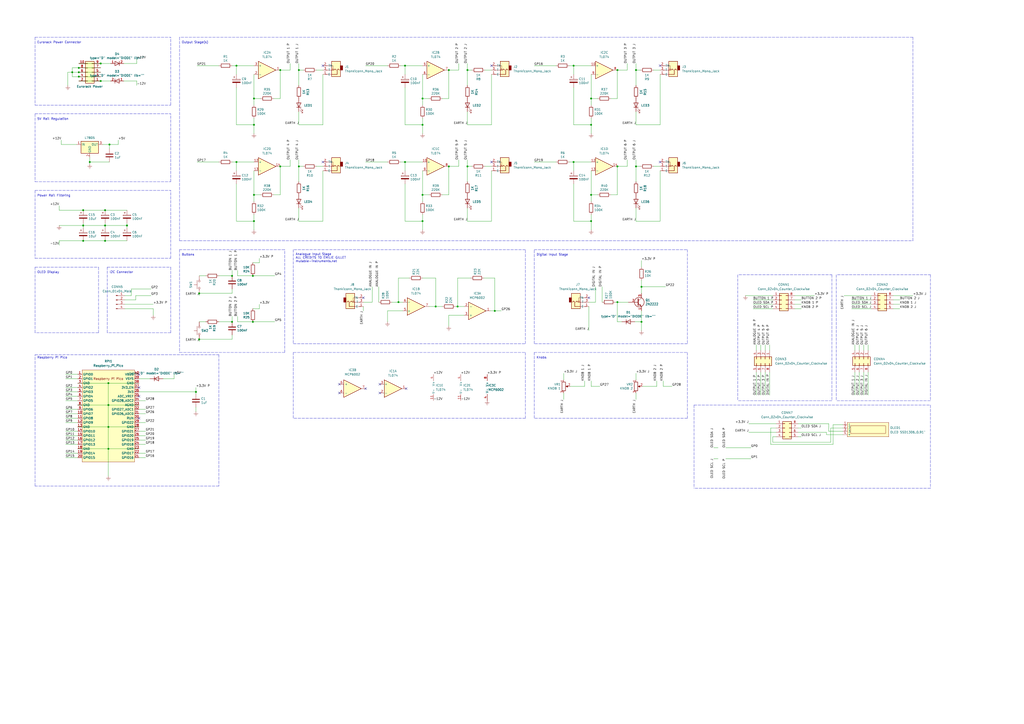
<source format=kicad_sch>
(kicad_sch (version 20211123) (generator eeschema)
  (paper "A2")
  (title_block (title "EuroPi") (date "15/11/2021") (rev "1") (company "Allen Synthesis") (comment 1 "CC BY-SA 3.0"))
  (junction (at 60.96 121.92))
  (junction (at 45.72 39.37))
  (junction (at 134.62 186.69))
  (junction (at 63.5 83.82))
  (junction (at 245.11 72.39))
  (junction (at 342.9 72.39))
  (junction (at 60.96 130.81))
  (junction (at 372.11 186.69))
  (junction (at 115.57 196.85))
  (junction (at 62.865 234.95))
  (junction (at 358.14 40.64))
  (junction (at 162.56 96.52))
  (junction (at 48.26 139.7))
  (junction (at 173.355 40.64))
  (junction (at 134.62 160.02))
  (junction (at 271.145 40.64))
  (junction (at 147.32 57.15))
  (junction (at 245.11 128.27))
  (junction (at 260.35 40.64))
  (junction (at 245.11 57.15))
  (junction (at 372.11 166.37))
  (junction (at 342.9 57.15))
  (junction (at 73.66 130.81))
  (junction (at 245.11 113.03))
  (junction (at 146.685 160.02))
  (junction (at 41.91 41.91))
  (junction (at 252.73 177.8))
  (junction (at 48.26 130.81))
  (junction (at 358.14 175.26))
  (junction (at 137.16 38.1))
  (junction (at 113.665 227.33))
  (junction (at 342.9 113.03))
  (junction (at 147.32 113.03))
  (junction (at 368.935 40.64))
  (junction (at 260.35 96.52))
  (junction (at 48.26 121.92))
  (junction (at 60.96 139.7))
  (junction (at 58.42 36.83))
  (junction (at 265.43 177.8))
  (junction (at 162.56 40.64))
  (junction (at 332.74 38.1))
  (junction (at 137.16 93.98))
  (junction (at 147.32 128.27))
  (junction (at 115.57 170.18))
  (junction (at 287.02 180.34))
  (junction (at 52.07 93.98))
  (junction (at 368.935 96.52))
  (junction (at 62.865 222.25))
  (junction (at 45.72 41.91))
  (junction (at 358.14 96.52))
  (junction (at 342.9 128.27))
  (junction (at 62.865 247.65))
  (junction (at 234.95 38.1))
  (junction (at 147.32 72.39))
  (junction (at 146.685 186.69))
  (junction (at 173.355 96.52))
  (junction (at 45.72 44.45))
  (junction (at 58.42 46.99))
  (junction (at 332.74 93.98))
  (junction (at 231.14 175.26))
  (junction (at 234.95 93.98))
  (junction (at 271.145 96.52))
  (junction (at 62.865 260.35))
  (no_connect (at 220.345 227.965))
  (no_connect (at 235.585 225.425))
  (no_connect (at 220.345 222.885))
  (no_connect (at 80.645 217.17))
  (no_connect (at 80.645 224.79))
  (no_connect (at 80.645 229.87))
  (no_connect (at 80.645 242.57))
  (no_connect (at 382.905 38.1))
  (no_connect (at 382.905 93.98))
  (no_connect (at 187.325 93.98))
  (no_connect (at 187.325 38.1))
  (no_connect (at 285.115 93.98))
  (no_connect (at 285.115 38.1))
  (no_connect (at 210.82 172.72))
  (no_connect (at 341.63 172.72))
  (no_connect (at 196.85 227.965))
  (no_connect (at 196.85 222.885))
  (no_connect (at 212.09 225.425))
  (wire (pts (xy 271.145 92.71) (xy 271.145 96.52)))
  (wire (pts (xy 173.355 105.41) (xy 173.355 96.52)))
  (wire (pts (xy 147.32 72.39) (xy 137.16 72.39)))
  (polyline (pts (xy 99.06 193.04) (xy 62.23 193.04)))
  (wire (pts (xy 39.37 41.91) (xy 39.37 49.53)))
  (wire (pts (xy 252.73 177.8) (xy 248.92 177.8)))
  (wire (pts (xy 503.555 215.9) (xy 503.555 229.235)))
  (wire (pts (xy 63.5 86.36) (xy 63.5 83.82)))
  (wire (pts (xy 327.025 216.535) (xy 327.025 220.345)))
  (wire (pts (xy 76.2 171.45) (xy 72.39 171.45)))
  (polyline (pts (xy 170.18 144.78) (xy 170.18 199.39)))
  (wire (pts (xy 462.915 248.285) (xy 464.82 248.285)))
  (wire (pts (xy 386.08 166.37) (xy 372.11 166.37)))
  (wire (pts (xy 342.9 113.03) (xy 342.9 116.84)))
  (wire (pts (xy 327.025 231.775) (xy 327.025 227.965)))
  (wire (pts (xy 234.95 38.1) (xy 245.11 38.1)))
  (wire (pts (xy 38.1 219.71) (xy 45.085 219.71)))
  (wire (pts (xy 38.1 242.57) (xy 45.085 242.57)))
  (wire (pts (xy 134.62 194.31) (xy 134.62 196.85)))
  (wire (pts (xy 245.11 43.18) (xy 245.11 57.15)))
  (wire (pts (xy 462.915 253.365) (xy 464.82 253.365)))
  (wire (pts (xy 368.3 186.69) (xy 372.11 186.69)))
  (wire (pts (xy 234.95 38.1) (xy 232.41 38.1)))
  (wire (pts (xy 215.9 166.37) (xy 215.9 175.26)))
  (wire (pts (xy 287.02 161.29) (xy 280.67 161.29)))
  (polyline (pts (xy 99.06 105.41) (xy 99.06 66.04)))
  (polyline (pts (xy 427.99 159.385) (xy 427.99 232.41)))
  (wire (pts (xy 382.905 99.06) (xy 382.905 128.27)))
  (wire (pts (xy 80.645 232.41) (xy 84.455 232.41)))
  (wire (pts (xy 494.03 179.07) (xy 505.46 179.07)))
  (wire (pts (xy 162.56 96.52) (xy 168.275 96.52)))
  (wire (pts (xy 115.57 198.12) (xy 115.57 196.85)))
  (wire (pts (xy 266.065 92.71) (xy 266.065 96.52)))
  (wire (pts (xy 447.04 257.81) (xy 447.04 248.285)))
  (wire (pts (xy 287.02 180.34) (xy 287.02 161.29)))
  (wire (pts (xy 372.11 151.13) (xy 372.11 154.94)))
  (wire (pts (xy 271.145 49.53) (xy 271.145 40.64)))
  (wire (pts (xy 147.32 133.35) (xy 147.32 128.27)))
  (wire (pts (xy 421.005 259.715) (xy 435.61 259.715)))
  (wire (pts (xy 368.935 216.535) (xy 368.935 220.345)))
  (wire (pts (xy 52.07 95.25) (xy 52.07 93.98)))
  (wire (pts (xy 150.495 176.53) (xy 150.495 179.07)))
  (wire (pts (xy 266.065 40.64) (xy 260.35 40.64)))
  (polyline (pts (xy 398.78 144.78) (xy 398.78 199.39)))
  (wire (pts (xy 245.11 77.47) (xy 245.11 72.39)))
  (wire (pts (xy 269.24 177.8) (xy 265.43 177.8)))
  (wire (pts (xy 62.865 234.95) (xy 62.865 247.65)))
  (wire (pts (xy 146.685 186.69) (xy 159.385 186.69)))
  (wire (pts (xy 285.115 43.18) (xy 285.115 72.39)))
  (wire (pts (xy 245.11 124.46) (xy 245.11 128.27)))
  (polyline (pts (xy 20.32 105.41) (xy 99.06 105.41)))
  (wire (pts (xy 100.965 217.17) (xy 100.965 219.71)))
  (wire (pts (xy 68.58 81.28) (xy 68.58 83.82)))
  (wire (pts (xy 146.685 152.4) (xy 150.495 152.4)))
  (wire (pts (xy 231.14 175.26) (xy 233.68 175.26)))
  (wire (pts (xy 479.425 250.825) (xy 479.425 252.095)))
  (wire (pts (xy 290.83 180.34) (xy 287.02 180.34)))
  (polyline (pts (xy 127 281.94) (xy 20.32 281.94)))
  (wire (pts (xy 113.665 224.79) (xy 113.665 227.33)))
  (wire (pts (xy 450.215 253.365) (xy 448.31 253.365)))
  (wire (pts (xy 137.16 128.27) (xy 137.16 106.68)))
  (polyline (pts (xy 20.32 66.04) (xy 20.32 105.41)))
  (wire (pts (xy 371.475 40.64) (xy 368.935 40.64)))
  (wire (pts (xy 342.9 220.98) (xy 342.9 224.155)))
  (wire (pts (xy 134.62 167.64) (xy 134.62 170.18)))
  (wire (pts (xy 479.425 252.095) (xy 488.95 252.095)))
  (wire (pts (xy 265.43 177.8) (xy 264.16 177.8)))
  (wire (pts (xy 495.935 200.025) (xy 495.935 203.2)))
  (wire (pts (xy 58.42 46.99) (xy 64.135 46.99)))
  (wire (pts (xy 342.9 57.15) (xy 342.9 60.96)))
  (wire (pts (xy 175.895 40.64) (xy 173.355 40.64)))
  (wire (pts (xy 62.865 260.35) (xy 62.865 276.225)))
  (wire (pts (xy 62.865 222.25) (xy 62.865 234.95)))
  (polyline (pts (xy 309.88 204.47) (xy 398.78 204.47)))
  (wire (pts (xy 80.645 237.49) (xy 84.455 237.49)))
  (wire (pts (xy 446.405 200.025) (xy 446.405 203.2)))
  (polyline (pts (xy 482.6 159.385) (xy 482.6 232.41)))
  (wire (pts (xy 173.355 92.71) (xy 173.355 96.52)))
  (wire (pts (xy 358.14 40.64) (xy 358.14 57.15)))
  (wire (pts (xy 62.865 234.95) (xy 80.645 234.95)))
  (wire (pts (xy 358.14 186.69) (xy 358.14 175.26)))
  (wire (pts (xy 462.915 245.745) (xy 480.695 245.745)))
  (wire (pts (xy 48.26 139.7) (xy 60.96 139.7)))
  (wire (pts (xy 368.935 36.83) (xy 368.935 40.64)))
  (wire (pts (xy 147.32 68.58) (xy 147.32 72.39)))
  (wire (pts (xy 342.9 68.58) (xy 342.9 72.39)))
  (wire (pts (xy 215.9 175.26) (xy 210.82 175.26)))
  (wire (pts (xy 483.235 246.38) (xy 483.235 257.81)))
  (wire (pts (xy 45.085 222.25) (xy 62.865 222.25)))
  (wire (pts (xy 68.58 83.82) (xy 63.5 83.82)))
  (wire (pts (xy 115.57 171.45) (xy 115.57 170.18)))
  (wire (pts (xy 38.1 255.27) (xy 45.085 255.27)))
  (wire (pts (xy 342.9 72.39) (xy 332.74 72.39)))
  (polyline (pts (xy 402.59 234.95) (xy 402.59 283.21)))
  (wire (pts (xy 341.63 175.26) (xy 345.44 175.26)))
  (wire (pts (xy 494.03 173.99) (xy 505.46 173.99)))
  (wire (pts (xy 210.82 180.34) (xy 210.82 177.8)))
  (wire (pts (xy 73.66 130.81) (xy 60.96 130.81)))
  (wire (pts (xy 187.325 96.52) (xy 183.515 96.52)))
  (wire (pts (xy 363.855 36.83) (xy 363.855 40.64)))
  (wire (pts (xy 62.865 260.35) (xy 80.645 260.35)))
  (wire (pts (xy 436.88 176.53) (xy 448.31 176.53)))
  (polyline (pts (xy 62.23 193.04) (xy 62.23 154.94)))
  (wire (pts (xy 271.145 105.41) (xy 271.145 96.52)))
  (polyline (pts (xy 309.88 144.78) (xy 398.78 144.78)))
  (wire (pts (xy 432.435 171.45) (xy 448.31 171.45)))
  (wire (pts (xy 137.16 38.1) (xy 147.32 38.1)))
  (wire (pts (xy 219.71 166.37) (xy 219.71 175.26)))
  (wire (pts (xy 48.26 132.08) (xy 48.26 130.81)))
  (wire (pts (xy 345.44 166.37) (xy 345.44 175.26)))
  (wire (pts (xy 332.74 93.98) (xy 330.2 93.98)))
  (wire (pts (xy 127 186.69) (xy 134.62 186.69)))
  (polyline (pts (xy 539.75 283.21) (xy 402.59 283.21)))
  (wire (pts (xy 162.56 113.03) (xy 158.75 113.03)))
  (wire (pts (xy 358.14 57.15) (xy 354.33 57.15)))
  (wire (pts (xy 436.88 179.07) (xy 448.31 179.07)))
  (wire (pts (xy 38.1 229.87) (xy 45.085 229.87)))
  (wire (pts (xy 234.95 43.18) (xy 234.95 38.1)))
  (wire (pts (xy 480.695 250.19) (xy 488.95 250.19)))
  (wire (pts (xy 448.31 256.54) (xy 481.965 256.54)))
  (wire (pts (xy 518.16 176.53) (xy 521.97 176.53)))
  (polyline (pts (xy 165.1 144.78) (xy 104.14 144.78)))
  (wire (pts (xy 372.11 191.77) (xy 372.11 186.69)))
  (polyline (pts (xy 539.75 234.95) (xy 539.75 283.21)))
  (wire (pts (xy 80.645 240.03) (xy 84.455 240.03)))
  (wire (pts (xy 382.905 40.64) (xy 379.095 40.64)))
  (wire (pts (xy 147.32 124.46) (xy 147.32 128.27)))
  (wire (pts (xy 342.9 77.47) (xy 342.9 72.39)))
  (wire (pts (xy 384.81 224.155) (xy 389.89 224.155)))
  (wire (pts (xy 252.73 161.29) (xy 252.73 177.8)))
  (wire (pts (xy 38.1 262.89) (xy 45.085 262.89)))
  (polyline (pts (xy 398.78 204.47) (xy 398.78 242.57)))
  (wire (pts (xy 489.585 171.45) (xy 505.46 171.45)))
  (wire (pts (xy 260.35 57.15) (xy 256.54 57.15)))
  (polyline (pts (xy 99.06 60.96) (xy 99.06 21.59)))
  (wire (pts (xy 421.005 266.065) (xy 435.61 266.065)))
  (polyline (pts (xy 127 205.74) (xy 127 281.94)))
  (wire (pts (xy 498.475 200.025) (xy 498.475 203.2)))
  (wire (pts (xy 212.09 38.1) (xy 224.79 38.1)))
  (wire (pts (xy 80.645 250.19) (xy 84.455 250.19)))
  (wire (pts (xy 481.965 256.54) (xy 481.965 248.285)))
  (wire (pts (xy 501.015 200.025) (xy 501.015 203.2)))
  (polyline (pts (xy 170.18 242.57) (xy 170.18 204.47)))
  (wire (pts (xy 501.015 215.9) (xy 501.015 229.235)))
  (polyline (pts (xy 62.23 154.94) (xy 99.06 154.94)))
  (wire (pts (xy 309.88 93.98) (xy 322.58 93.98)))
  (wire (pts (xy 168.275 92.71) (xy 168.275 96.52)))
  (wire (pts (xy 358.14 40.64) (xy 363.855 40.64)))
  (wire (pts (xy 80.645 265.43) (xy 84.455 265.43)))
  (wire (pts (xy 224.79 180.34) (xy 233.68 180.34)))
  (wire (pts (xy 147.32 57.15) (xy 147.32 60.96)))
  (wire (pts (xy 79.375 34.29) (xy 79.375 36.83)))
  (polyline (pts (xy 402.59 234.95) (xy 539.75 234.95)))
  (wire (pts (xy 285.115 99.06) (xy 285.115 128.27)))
  (wire (pts (xy 38.1 265.43) (xy 45.085 265.43)))
  (wire (pts (xy 434.34 245.745) (xy 450.215 245.745)))
  (wire (pts (xy 271.145 128.27) (xy 285.115 128.27)))
  (wire (pts (xy 173.355 120.65) (xy 173.355 128.27)))
  (wire (pts (xy 86.995 219.71) (xy 80.645 219.71)))
  (wire (pts (xy 134.62 170.18) (xy 115.57 170.18)))
  (wire (pts (xy 372.11 186.69) (xy 372.11 180.34)))
  (wire (pts (xy 79.375 49.53) (xy 79.375 46.99)))
  (wire (pts (xy 38.1 232.41) (xy 45.085 232.41)))
  (wire (pts (xy 436.88 173.99) (xy 448.31 173.99)))
  (wire (pts (xy 342.9 128.27) (xy 332.74 128.27)))
  (wire (pts (xy 368.935 105.41) (xy 368.935 96.52)))
  (wire (pts (xy 35.56 83.82) (xy 44.45 83.82)))
  (wire (pts (xy 41.91 39.37) (xy 45.72 39.37)))
  (wire (pts (xy 58.42 36.83) (xy 64.135 36.83)))
  (wire (pts (xy 63.5 83.82) (xy 59.69 83.82)))
  (wire (pts (xy 349.25 166.37) (xy 349.25 175.26)))
  (polyline (pts (xy 428.625 159.385) (xy 482.6 159.385)))
  (wire (pts (xy 414.02 266.065) (xy 416.56 266.065)))
  (wire (pts (xy 88.9 182.88) (xy 88.9 179.07)))
  (wire (pts (xy 368.935 64.77) (xy 368.935 72.39)))
  (polyline (pts (xy 539.75 159.385) (xy 539.75 232.41)))
  (wire (pts (xy 342.9 124.46) (xy 342.9 128.27)))
  (wire (pts (xy 78.74 171.45) (xy 78.74 173.99)))
  (wire (pts (xy 162.56 40.64) (xy 162.56 57.15)))
  (polyline (pts (xy 309.88 242.57) (xy 309.88 204.47)))
  (wire (pts (xy 382.905 96.52) (xy 379.095 96.52)))
  (wire (pts (xy 58.42 44.45) (xy 45.72 44.45)))
  (wire (pts (xy 358.14 96.52) (xy 358.14 113.03)))
  (wire (pts (xy 45.085 260.35) (xy 62.865 260.35)))
  (wire (pts (xy 518.16 171.45) (xy 529.59 171.45)))
  (wire (pts (xy 119.38 186.69) (xy 115.57 186.69)))
  (wire (pts (xy 332.74 99.06) (xy 332.74 93.98)))
  (wire (pts (xy 147.32 77.47) (xy 147.32 72.39)))
  (wire (pts (xy 273.685 40.64) (xy 271.145 40.64)))
  (wire (pts (xy 342.9 99.06) (xy 342.9 113.03)))
  (wire (pts (xy 173.355 64.77) (xy 173.355 72.39)))
  (polyline (pts (xy 309.88 199.39) (xy 309.88 144.78)))
  (wire (pts (xy 80.645 252.73) (xy 84.455 252.73)))
  (wire (pts (xy 443.865 215.9) (xy 443.865 229.235)))
  (wire (pts (xy 48.26 121.92) (xy 60.96 121.92)))
  (wire (pts (xy 39.37 41.91) (xy 41.91 41.91)))
  (wire (pts (xy 146.685 160.02) (xy 159.385 160.02)))
  (wire (pts (xy 495.935 215.9) (xy 495.935 229.235)))
  (polyline (pts (xy 20.32 66.04) (xy 99.06 66.04)))
  (wire (pts (xy 461.01 176.53) (xy 464.82 176.53)))
  (wire (pts (xy 60.96 139.7) (xy 73.66 139.7)))
  (wire (pts (xy 384.81 220.98) (xy 384.81 224.155)))
  (wire (pts (xy 45.72 36.83) (xy 58.42 36.83)))
  (wire (pts (xy 45.72 41.91) (xy 58.42 41.91)))
  (wire (pts (xy 48.26 130.81) (xy 48.26 129.54)))
  (wire (pts (xy 62.865 222.25) (xy 80.645 222.25)))
  (wire (pts (xy 462.915 250.825) (xy 479.425 250.825)))
  (wire (pts (xy 76.2 167.64) (xy 76.2 171.45)))
  (wire (pts (xy 52.07 93.98) (xy 52.07 91.44)))
  (wire (pts (xy 146.685 179.07) (xy 150.495 179.07)))
  (wire (pts (xy 71.755 46.99) (xy 79.375 46.99)))
  (wire (pts (xy 38.1 250.19) (xy 45.085 250.19)))
  (wire (pts (xy 173.355 49.53) (xy 173.355 40.64)))
  (wire (pts (xy 363.855 92.71) (xy 363.855 96.52)))
  (wire (pts (xy 87.63 171.45) (xy 78.74 171.45)))
  (wire (pts (xy 245.11 72.39) (xy 234.95 72.39)))
  (wire (pts (xy 38.1 245.11) (xy 45.085 245.11)))
  (wire (pts (xy 38.1 252.73) (xy 45.085 252.73)))
  (wire (pts (xy 330.835 224.155) (xy 339.09 224.155)))
  (wire (pts (xy 60.96 121.92) (xy 73.66 121.92)))
  (polyline (pts (xy 304.8 242.57) (xy 170.18 242.57)))
  (wire (pts (xy 38.1 257.81) (xy 45.085 257.81)))
  (wire (pts (xy 173.355 72.39) (xy 187.325 72.39)))
  (polyline (pts (xy 398.78 242.57) (xy 309.88 242.57)))
  (polyline (pts (xy 304.8 144.78) (xy 170.18 144.78)))
  (wire (pts (xy 137.16 38.1) (xy 134.62 38.1)))
  (polyline (pts (xy 20.32 60.96) (xy 99.06 60.96)))
  (wire (pts (xy 245.11 128.27) (xy 234.95 128.27)))
  (wire (pts (xy 265.43 177.8) (xy 265.43 161.29)))
  (wire (pts (xy 146.685 186.69) (xy 137.795 186.69)))
  (wire (pts (xy 332.74 72.39) (xy 332.74 50.8)))
  (polyline (pts (xy 170.18 199.39) (xy 304.8 199.39)))
  (wire (pts (xy 342.9 43.18) (xy 342.9 57.15)))
  (polyline (pts (xy 485.14 159.385) (xy 485.14 232.41)))
  (wire (pts (xy 38.1 237.49) (xy 45.085 237.49)))
  (wire (pts (xy 80.645 257.81) (xy 84.455 257.81)))
  (wire (pts (xy 248.92 113.03) (xy 245.11 113.03)))
  (wire (pts (xy 441.325 215.9) (xy 441.325 229.235)))
  (wire (pts (xy 137.795 183.515) (xy 137.795 186.69)))
  (polyline (pts (xy 485.775 159.385) (xy 539.75 159.385)))
  (wire (pts (xy 368.935 92.71) (xy 368.935 96.52)))
  (wire (pts (xy 60.96 132.08) (xy 60.96 130.81)))
  (wire (pts (xy 162.56 40.64) (xy 168.275 40.64)))
  (wire (pts (xy 162.56 96.52) (xy 162.56 113.03)))
  (wire (pts (xy 346.71 57.15) (xy 342.9 57.15)))
  (wire (pts (xy 147.32 43.18) (xy 147.32 57.15)))
  (wire (pts (xy 368.935 49.53) (xy 368.935 40.64)))
  (wire (pts (xy 245.11 113.03) (xy 245.11 116.84)))
  (wire (pts (xy 368.935 128.27) (xy 382.905 128.27)))
  (wire (pts (xy 60.96 130.81) (xy 60.96 129.54)))
  (polyline (pts (xy 165.1 204.47) (xy 165.1 144.78)))
  (wire (pts (xy 245.11 161.29) (xy 252.73 161.29)))
  (wire (pts (xy 72.39 179.07) (xy 88.9 179.07)))
  (wire (pts (xy 137.16 99.06) (xy 137.16 93.98)))
  (polyline (pts (xy 20.32 110.49) (xy 99.06 110.49)))
  (polyline (pts (xy 20.32 21.59) (xy 20.32 60.96)))
  (wire (pts (xy 364.49 175.26) (xy 358.14 175.26)))
  (wire (pts (xy 147.32 99.06) (xy 147.32 113.03)))
  (wire (pts (xy 438.785 215.9) (xy 438.785 229.235)))
  (wire (pts (xy 273.685 96.52) (xy 271.145 96.52)))
  (wire (pts (xy 341.63 177.8) (xy 341.63 191.77)))
  (wire (pts (xy 245.11 133.35) (xy 245.11 128.27)))
  (wire (pts (xy 256.54 177.8) (xy 252.73 177.8)))
  (wire (pts (xy 483.235 257.81) (xy 447.04 257.81)))
  (polyline (pts (xy 482.6 232.41) (xy 427.99 232.41)))
  (wire (pts (xy 45.72 46.99) (xy 58.42 46.99)))
  (polyline (pts (xy 398.78 199.39) (xy 309.88 199.39)))
  (wire (pts (xy 73.66 130.81) (xy 73.66 129.54)))
  (wire (pts (xy 113.665 227.33) (xy 80.645 227.33)))
  (wire (pts (xy 127 160.02) (xy 134.62 160.02)))
  (wire (pts (xy 438.785 200.025) (xy 438.785 203.2)))
  (wire (pts (xy 368.935 231.775) (xy 368.935 227.965)))
  (wire (pts (xy 187.325 43.18) (xy 187.325 72.39)))
  (polyline (pts (xy 57.15 154.94) (xy 57.15 193.04)))
  (wire (pts (xy 212.09 93.98) (xy 224.79 93.98)))
  (wire (pts (xy 100.965 219.71) (xy 94.615 219.71)))
  (wire (pts (xy 461.01 171.45) (xy 472.44 171.45)))
  (wire (pts (xy 271.145 64.77) (xy 271.145 72.39)))
  (wire (pts (xy 60.96 130.81) (xy 48.26 130.81)))
  (wire (pts (xy 114.3 38.1) (xy 127 38.1)))
  (wire (pts (xy 260.35 96.52) (xy 266.065 96.52)))
  (wire (pts (xy 48.26 121.92) (xy 34.29 121.92)))
  (wire (pts (xy 446.405 215.9) (xy 446.405 229.235)))
  (wire (pts (xy 113.665 227.33) (xy 113.665 228.6)))
  (wire (pts (xy 285.115 40.64) (xy 281.305 40.64)))
  (wire (pts (xy 342.9 224.155) (xy 347.98 224.155)))
  (wire (pts (xy 503.555 200.025) (xy 503.555 203.2)))
  (polyline (pts (xy 529.59 21.59) (xy 104.14 21.59)))
  (polyline (pts (xy 104.14 139.7) (xy 529.59 139.7)))
  (wire (pts (xy 45.085 247.65) (xy 62.865 247.65)))
  (polyline (pts (xy 20.32 21.59) (xy 99.06 21.59)))
  (wire (pts (xy 498.475 215.9) (xy 498.475 229.235)))
  (wire (pts (xy 38.1 224.79) (xy 45.085 224.79)))
  (wire (pts (xy 147.32 128.27) (xy 137.16 128.27)))
  (wire (pts (xy 339.09 220.98) (xy 339.09 224.155)))
  (polyline (pts (xy 304.8 199.39) (xy 304.8 144.78)))
  (wire (pts (xy 151.13 113.03) (xy 147.32 113.03)))
  (wire (pts (xy 150.495 149.86) (xy 150.495 152.4)))
  (polyline (pts (xy 57.15 193.04) (xy 20.32 193.04)))
  (wire (pts (xy 372.745 224.155) (xy 381 224.155)))
  (wire (pts (xy 260.35 113.03) (xy 256.54 113.03)))
  (wire (pts (xy 173.355 36.83) (xy 173.355 40.64)))
  (wire (pts (xy 358.14 96.52) (xy 363.855 96.52)))
  (wire (pts (xy 342.9 133.35) (xy 342.9 128.27)))
  (wire (pts (xy 368.935 120.65) (xy 368.935 128.27)))
  (polyline (pts (xy 104.14 21.59) (xy 104.14 139.7)))
  (wire (pts (xy 41.91 44.45) (xy 45.72 44.45)))
  (wire (pts (xy 271.145 120.65) (xy 271.145 128.27)))
  (wire (pts (xy 494.03 176.53) (xy 505.46 176.53)))
  (wire (pts (xy 34.29 119.38) (xy 34.29 121.92)))
  (wire (pts (xy 518.16 173.99) (xy 521.97 173.99)))
  (wire (pts (xy 434.34 250.825) (xy 450.215 250.825)))
  (polyline (pts (xy 20.32 154.94) (xy 57.15 154.94)))
  (polyline (pts (xy 539.75 232.41) (xy 485.14 232.41)))
  (wire (pts (xy 481.965 248.285) (xy 488.95 248.285)))
  (wire (pts (xy 187.325 99.06) (xy 187.325 128.27)))
  (wire (pts (xy 332.74 38.1) (xy 342.9 38.1)))
  (wire (pts (xy 447.04 248.285) (xy 450.215 248.285)))
  (wire (pts (xy 224.79 186.69) (xy 224.79 180.34)))
  (wire (pts (xy 372.11 166.37) (xy 372.11 162.56)))
  (wire (pts (xy 381 220.98) (xy 381 224.155)))
  (wire (pts (xy 72.39 176.53) (xy 88.9 176.53)))
  (wire (pts (xy 137.795 156.845) (xy 137.795 160.02)))
  (wire (pts (xy 332.74 93.98) (xy 342.9 93.98)))
  (wire (pts (xy 187.325 40.64) (xy 183.515 40.64)))
  (wire (pts (xy 137.16 43.18) (xy 137.16 38.1)))
  (wire (pts (xy 38.1 217.17) (xy 45.085 217.17)))
  (wire (pts (xy 168.275 36.83) (xy 168.275 40.64)))
  (wire (pts (xy 480.695 245.745) (xy 480.695 250.19)))
  (wire (pts (xy 414.02 259.715) (xy 416.56 259.715)))
  (wire (pts (xy 38.1 240.03) (xy 45.085 240.03)))
  (wire (pts (xy 360.68 186.69) (xy 358.14 186.69)))
  (wire (pts (xy 266.065 36.83) (xy 266.065 40.64)))
  (wire (pts (xy 382.905 43.18) (xy 382.905 72.39)))
  (wire (pts (xy 147.32 113.03) (xy 147.32 116.84)))
  (wire (pts (xy 113.665 236.22) (xy 113.665 238.76)))
  (wire (pts (xy 332.74 43.18) (xy 332.74 38.1)))
  (wire (pts (xy 309.88 38.1) (xy 322.58 38.1)))
  (wire (pts (xy 80.645 262.89) (xy 84.455 262.89)))
  (wire (pts (xy 134.62 196.85) (xy 115.57 196.85)))
  (wire (pts (xy 260.35 189.23) (xy 260.35 182.88)))
  (wire (pts (xy 461.01 179.07) (xy 464.82 179.07)))
  (wire (pts (xy 234.95 93.98) (xy 232.41 93.98)))
  (wire (pts (xy 73.66 132.08) (xy 73.66 130.81)))
  (wire (pts (xy 260.35 96.52) (xy 260.35 113.03)))
  (wire (pts (xy 271.145 36.83) (xy 271.145 40.64)))
  (wire (pts (xy 137.16 93.98) (xy 134.62 93.98)))
  (wire (pts (xy 80.645 245.11) (xy 84.455 245.11)))
  (wire (pts (xy 137.16 72.39) (xy 137.16 50.8)))
  (polyline (pts (xy 20.32 281.94) (xy 20.32 205.74)))
  (wire (pts (xy 271.145 72.39) (xy 285.115 72.39)))
  (wire (pts (xy 245.11 68.58) (xy 245.11 72.39)))
  (wire (pts (xy 162.56 57.15) (xy 158.75 57.15)))
  (wire (pts (xy 173.355 128.27) (xy 187.325 128.27)))
  (wire (pts (xy 234.95 93.98) (xy 245.11 93.98)))
  (polyline (pts (xy 20.32 193.04) (xy 20.32 154.94)))
  (wire (pts (xy 38.1 227.33) (xy 45.085 227.33)))
  (wire (pts (xy 80.645 255.27) (xy 84.455 255.27)))
  (polyline (pts (xy 20.32 110.49) (xy 20.32 149.86)))
  (wire (pts (xy 227.33 175.26) (xy 231.14 175.26)))
  (wire (pts (xy 358.14 175.26) (xy 356.87 175.26)))
  (wire (pts (xy 71.755 36.83) (xy 79.375 36.83)))
  (wire (pts (xy 41.91 41.91) (xy 45.72 41.91)))
  (wire (pts (xy 34.29 139.7) (xy 48.26 139.7)))
  (wire (pts (xy 146.685 160.02) (xy 137.795 160.02)))
  (wire (pts (xy 78.74 173.99) (xy 72.39 173.99)))
  (wire (pts (xy 245.11 99.06) (xy 245.11 113.03)))
  (polyline (pts (xy 99.06 149.86) (xy 99.06 110.49)))
  (wire (pts (xy 443.865 200.025) (xy 443.865 203.2)))
  (wire (pts (xy 151.13 57.15) (xy 147.32 57.15)))
  (wire (pts (xy 368.935 72.39) (xy 382.905 72.39)))
  (polyline (pts (xy 104.14 204.47) (xy 165.1 204.47)))
  (polyline (pts (xy 104.14 144.78) (xy 104.14 204.47)))
  (polyline (pts (xy 170.18 204.47) (xy 304.8 204.47)))
  (wire (pts (xy 260.35 40.64) (xy 260.35 57.15)))
  (wire (pts (xy 332.74 128.27) (xy 332.74 106.68)))
  (wire (pts (xy 234.95 128.27) (xy 234.95 106.68)))
  (wire (pts (xy 41.91 39.37) (xy 41.91 41.91)))
  (wire (pts (xy 63.5 93.98) (xy 52.07 93.98)))
  (polyline (pts (xy 529.59 139.7) (xy 529.59 21.59)))
  (wire (pts (xy 234.95 72.39) (xy 234.95 50.8)))
  (wire (pts (xy 285.115 96.52) (xy 281.305 96.52)))
  (wire (pts (xy 488.95 246.38) (xy 483.235 246.38)))
  (wire (pts (xy 358.14 113.03) (xy 354.33 113.03)))
  (wire (pts (xy 119.38 160.02) (xy 115.57 160.02)))
  (wire (pts (xy 237.49 161.29) (xy 231.14 161.29)))
  (wire (pts (xy 332.74 38.1) (xy 330.2 38.1)))
  (wire (pts (xy 461.01 173.99) (xy 464.82 173.99)))
  (wire (pts (xy 62.865 247.65) (xy 62.865 260.35)))
  (wire (pts (xy 265.43 161.29) (xy 273.05 161.29)))
  (wire (pts (xy 76.2 167.64) (xy 87.63 167.64)))
  (wire (pts (xy 134.62 183.515) (xy 134.62 186.69)))
  (wire (pts (xy 248.92 57.15) (xy 245.11 57.15)))
  (wire (pts (xy 441.325 200.025) (xy 441.325 203.2)))
  (wire (pts (xy 260.35 182.88) (xy 269.24 182.88)))
  (polyline (pts (xy 20.32 205.74) (xy 127 205.74)))
  (wire (pts (xy 62.865 247.65) (xy 80.645 247.65)))
  (wire (pts (xy 41.91 41.91) (xy 41.91 44.45)))
  (wire (pts (xy 448.31 253.365) (xy 448.31 256.54)))
  (wire (pts (xy 45.085 234.95) (xy 62.865 234.95)))
  (wire (pts (xy 35.56 81.28) (xy 35.56 83.82)))
  (wire (pts (xy 58.42 39.37) (xy 45.72 39.37)))
  (wire (pts (xy 372.11 170.18) (xy 372.11 166.37)))
  (wire (pts (xy 34.29 130.81) (xy 48.26 130.81)))
  (wire (pts (xy 346.71 113.03) (xy 342.9 113.03)))
  (wire (pts (xy 245.11 57.15) (xy 245.11 60.96)))
  (wire (pts (xy 134.62 156.845) (xy 134.62 160.02)))
  (wire (pts (xy 234.95 99.06) (xy 234.95 93.98)))
  (wire (pts (xy 114.3 93.98) (xy 127 93.98)))
  (wire (pts (xy 137.16 93.98) (xy 147.32 93.98)))
  (wire (pts (xy 231.14 161.29) (xy 231.14 175.26)))
  (polyline (pts (xy 99.06 154.94) (xy 99.06 193.04)))
  (wire (pts (xy 518.16 179.07) (xy 521.97 179.07)))
  (wire (pts (xy 34.29 142.24) (xy 34.29 139.7)))
  (polyline (pts (xy 304.8 204.47) (xy 304.8 242.57)))
  (wire (pts (xy 284.48 180.34) (xy 287.02 180.34)))
  (wire (pts (xy 175.895 96.52) (xy 173.355 96.52)))
  (wire (pts (xy 371.475 96.52) (xy 368.935 96.52)))
  (polyline (pts (xy 20.32 149.86) (xy 99.06 149.86)))
  (text "OLED Display" (at 21.59 158.75 0) (effects (font (size 1.27 1.27)) (justify left bottom)))
  (text "Buttons" (at 105.41 148.59 0) (effects (font (size 1.27 1.27)) (justify left bottom)))
  (text "5V Rail Regulation" (at 21.59 69.85 0) (effects (font (size 1.27 1.27)) (justify left bottom)))
  (text "Analogue Input Stage\nALL CREDITS TO ÉMILIE GILLET\nmutable-instruments.net" (at 171.45 152.4 0) (effects (font (size 1.27 1.27)) (justify left bottom)))
  (text "Power Rail Filtering" (at 21.59 114.3 0) (effects (font (size 1.27 1.27)) (justify left bottom)))
  (text "Eurorack Power Connector" (at 21.59 25.4 0) (effects (font (size 1.27 1.27)) (justify left bottom)))
  (text "I2C Connector" (at 63.5 158.75 0) (effects (font (size 1.27 1.27)) (justify left bottom)))
  (text "Digital Input Stage\n" (at 311.15 148.59 0) (effects (font (size 1.27 1.27)) (justify left bottom)))
  (text "Raspberry Pi Pico" (at 21.59 208.28 0) (effects (font (size 1.27 1.27)) (justify left bottom)))
  (text "Output Stage(s)" (at 105.41 25.4 0) (effects (font (size 1.27 1.27)) (justify left bottom)))
  (text "Knobs" (at 311.15 208.28 0) (effects (font (size 1.27 1.27)) (justify left bottom)))
  (label "EARTH J" (at 271.145 128.27 180))
  (label "-12V" (at 251.46 232.41 0))
  (label "OLED SCL J" (at 494.03 179.07 0))
  (label "+12V" (at 79.375 34.29 0))
  (label "OLED SCL P" (at 436.88 179.07 0))
  (label "OUTPUT 5 J" (at 501.015 200.025 90))
  (label "OUTPUT 6 P" (at 446.405 200.025 90))
  (label "GP16" (at 84.455 265.43 0))
  (label "KNOB 2 J" (at 521.97 179.07 0))
  (label "GP2" (at 38.1 224.79 0))
  (label "GP16" (at 309.88 38.1 0))
  (label "+5V" (at 68.58 81.28 0))
  (label "OLED SCL P" (at 421.005 266.065 270))
  (label "BUTTON 1 J" (at 494.03 173.99 0))
  (label "KNOB 2 P" (at 384.81 220.98 90))
  (label "OUTPUT 5 J" (at 271.145 92.71 90))
  (label "GP0" (at 435.61 259.715 0))
  (label "GP18" (at 212.09 93.98 0))
  (label "GP10" (at 38.1 250.19 0))
  (label "GP9" (at 38.1 245.11 0))
  (label "GP3" (at 38.1 227.33 0))
  (label "KNOB 2 J" (at 381 220.98 90))
  (label "OUTPUT 4 J" (at 498.475 200.025 90))
  (label "BUTTON 2 P" (at 137.795 183.515 90))
  (label "+3.3V J" (at 368.935 216.535 0))
  (label "-12V" (at 34.29 142.24 180))
  (label "OUTPUT 1 J" (at 495.935 229.235 90))
  (label "BUTTON 2 P" (at 464.82 173.99 0))
  (label "GP2" (at 87.63 167.64 0))
  (label "OUTPUT 2 P" (at 441.325 229.235 90))
  (label "OUTPUT 3 J" (at 501.015 229.235 90))
  (label "+3.3V" (at 150.495 176.53 0))
  (label "+3.3V J" (at 529.59 171.45 0))
  (label "GP22" (at 386.08 166.37 0))
  (label "EARTH J" (at 434.34 250.825 180))
  (label "GP18" (at 84.455 257.81 0))
  (label "-12V" (at 267.335 232.41 0))
  (label "+3.3V P" (at 472.44 171.45 0))
  (label "DIGITAL IN J" (at 503.555 229.235 90))
  (label "+12V" (at 34.29 119.38 180))
  (label "EARTH J" (at 173.355 72.39 180))
  (label "GP21" (at 114.3 38.1 0))
  (label "GP5" (at 38.1 232.41 0))
  (label "GP17" (at 114.3 93.98 0))
  (label "EARTH J" (at 115.57 198.12 180))
  (label "OUTPUT 3 P" (at 443.865 229.235 90))
  (label "+12V" (at 35.56 81.28 180))
  (label "GP27" (at 347.98 224.155 0))
  (label "GP15" (at 38.1 265.43 0))
  (label "GP11" (at 38.1 252.73 0))
  (label "OUTPUT 5 P" (at 266.065 92.71 90))
  (label "+3.3V P" (at 282.575 217.17 0))
  (label "+5V" (at 100.965 217.17 0))
  (label "OUTPUT 3 P" (at 363.855 36.83 90))
  (label "GP21" (at 84.455 250.19 0))
  (label "OLED SDA P" (at 436.88 176.53 0))
  (label "GP17" (at 84.455 262.89 0))
  (label "OLED SCL J" (at 464.82 253.365 0))
  (label "ANALOGUE IN P" (at 219.71 166.37 90))
  (label "GP20" (at 84.455 252.73 0))
  (label "EARTH J" (at 327.025 231.775 270))
  (label "DIGITAL IN J" (at 345.44 166.37 90))
  (label "GP0" (at 38.1 217.17 0))
  (label "ANALOGUE IN P" (at 438.785 200.025 90))
  (label "OUTPUT 3 J" (at 368.935 36.83 90))
  (label "OUTPUT 6 J" (at 503.555 200.025 90))
  (label "+3.3V P" (at 372.11 151.13 0))
  (label "OUTPUT 6 J" (at 368.935 92.71 90))
  (label "OUTPUT 1 P" (at 168.275 36.83 90))
  (label "BUTTON 1 J" (at 134.62 156.845 90))
  (label "GP19" (at 84.455 255.27 0))
  (label "GP22" (at 84.455 245.11 0))
  (label "OUTPUT 1 J" (at 173.355 36.83 90))
  (label "KNOB 1 J" (at 339.09 220.98 90))
  (label "BUTTON 1 P" (at 137.795 156.845 90))
  (label "GP27" (at 84.455 237.49 0))
  (label "GP19" (at 309.88 93.98 0))
  (label "+3.3V J" (at 434.34 245.745 180))
  (label "+12V" (at 267.335 217.17 0))
  (label "GP4" (at 38.1 229.87 0))
  (label "GP20" (at 212.09 38.1 0))
  (label "EARTH J" (at 115.57 171.45 180))
  (label "GP6" (at 38.1 237.49 0))
  (label "GP14" (at 38.1 262.89 0))
  (label "GP28" (at 84.455 232.41 0))
  (label "-12V" (at 79.375 49.53 0))
  (label "BUTTON 2 J" (at 521.97 173.99 0))
  (label "EARTH J" (at 368.935 72.39 180))
  (label "OUTPUT 4 P" (at 441.325 200.025 90))
  (label "OUTPUT 2 J" (at 498.475 229.235 90))
  (label "BUTTON 2 J" (at 134.62 183.515 90))
  (label "ANALOGUE IN J" (at 495.935 200.025 90))
  (label "KNOB 1 J" (at 521.97 176.53 0))
  (label "DIGITAL IN P" (at 446.405 229.235 90))
  (label "+12V" (at 251.46 217.17 0))
  (label "GP26" (at 84.455 240.03 0))
  (label "EARTH J" (at 210.82 180.34 270))
  (label "+3.3V P" (at 88.9 176.53 0))
  (label "BUTTON 1 P" (at 436.88 173.99 0))
  (label "+3.3V P" (at 113.665 224.79 0))
  (label "OLED SDA J" (at 414.02 259.715 90))
  (label "GP3" (at 87.63 171.45 0))
  (label "OUTPUT 4 J" (at 173.355 92.71 90))
  (label "OUTPUT 4 P" (at 168.275 92.71 90))
  (label "KNOB 2 P" (at 464.82 179.07 0))
  (label "+3.3V P" (at 150.495 149.86 0))
  (label "EARTH J" (at 368.935 128.27 180))
  (label "OLED SDA P" (at 421.005 259.715 90))
  (label "GP1" (at 38.1 219.71 0))
  (label "OUTPUT 5 P" (at 443.865 200.025 90))
  (label "KNOB 1 P" (at 342.9 220.98 90))
  (label "GP4" (at 159.385 160.02 0))
  (label "GP12" (at 38.1 255.27 0))
  (label "GP28" (at 389.89 224.155 0))
  (label "GP7" (at 38.1 240.03 0))
  (label "EARTH J" (at 173.355 128.27 180))
  (label "GP5" (at 159.385 186.69 0))
  (label "OLED SCL J" (at 414.02 266.065 270))
  (label "OUTPUT 1 P" (at 438.785 229.235 90))
  (label "GP8" (at 38.1 242.57 0))
  (label "DIGITAL IN P" (at 349.25 166.37 90))
  (label "KNOB 1 P" (at 464.82 176.53 0))
  (label "OUTPUT 6 P" (at 363.855 92.71 90))
  (label "EARTH J" (at 271.145 72.39 180))
  (label "EARTH J" (at 489.585 171.45 270))
  (label "OLED SDA J" (at 494.03 176.53 0))
  (label "OLED SDA J" (at 464.82 248.285 0))
  (label "EARTH J" (at 341.63 191.77 180))
  (label "GP26" (at 290.83 180.34 0))
  (label "EARTH J" (at 368.935 231.775 270))
  (label "GP1" (at 435.61 266.065 0))
  (label "ANALOGUE IN J" (at 215.9 166.37 90))
  (label "OUTPUT 2 P" (at 266.065 36.83 90))
  (label "OUTPUT 2 J" (at 271.145 36.83 90))
  (label "GP13" (at 38.1 257.81 0))
  (label "+3.3V J" (at 327.025 216.535 0))
  (symbol (lib_id "Device:R") (at 350.52 57.15 270) (unit 1)
    (property "Reference" "R37" (at 350.52 51.8922 90))
    (property "Value" "220K" (at 350.52 54.2036 90))
    (property "Footprint" "Eurorack:Resistor 0.25W Through-Hole" (effects hide))
  )
  (symbol (lib_id "Device:R") (at 342.9 64.77 0) (unit 1)
    (property "Reference" "R31" (at 344.678 63.6016 0) (effects (justify left)))
    (property "Value" "100K" (at 344.678 65.913 0) (effects (justify left)))
    (property "Footprint" "Eurorack:Resistor 0.25W Through-Hole" (effects hide))
  )
  (symbol (lib_id "Device:R") (at 326.39 38.1 270) (unit 1)
    (property "Reference" "R3" (at 326.39 32.8422 90))
    (property "Value" "1K" (at 326.39 35.1536 90))
    (property "Footprint" "Eurorack:Resistor 0.25W Through-Hole" (effects hide))
  )
  (symbol (lib_id "Device:CP") (at 332.74 46.99 0) (unit 1)
    (property "Reference" "C11" (at 335.7372 45.8216 0) (effects (justify left)))
    (property "Value" "100nF" (at 335.7372 48.133 0) (effects (justify left)))
    (property "Footprint" "Eurorack:Capacitor Small Non-Polarised" (effects hide))
  )
  (symbol (lib_id "power:Earth") (at 342.9 77.47 0) (unit 1)
    (property "Reference" "#PWR0105" (effects hide))
    (property "Value" "Earth" (effects hide))
  )
  (symbol (lib_id "Device:R") (at 154.94 57.15 270) (unit 1)
    (property "Reference" "R35" (at 154.94 51.8922 90))
    (property "Value" "220K" (at 154.94 54.2036 90))
    (property "Footprint" "Eurorack:Resistor 0.25W Through-Hole" (effects hide))
  )
  (symbol (lib_id "Device:R") (at 147.32 64.77 0) (unit 1)
    (property "Reference" "R29" (at 149.098 63.6016 0) (effects (justify left)))
    (property "Value" "100K" (at 149.098 65.913 0) (effects (justify left)))
    (property "Footprint" "Eurorack:Resistor 0.25W Through-Hole" (effects hide))
  )
  (symbol (lib_id "Device:R") (at 130.81 38.1 270) (unit 1)
    (property "Reference" "R1" (at 130.81 32.8422 90))
    (property "Value" "1K" (at 130.81 35.1536 90))
    (property "Footprint" "Eurorack:Resistor 0.25W Through-Hole" (effects hide))
  )
  (symbol (lib_id "Device:CP") (at 137.16 46.99 0) (unit 1)
    (property "Reference" "C9" (at 140.1572 45.8216 0) (effects (justify left)))
    (property "Value" "100nF" (at 140.1572 48.133 0) (effects (justify left)))
    (property "Footprint" "Eurorack:Capacitor Small Non-Polarised" (effects hide))
  )
  (symbol (lib_id "power:Earth") (at 147.32 77.47 0) (unit 1)
    (property "Reference" "#PWR0108" (effects hide))
    (property "Value" "Earth" (effects hide))
  )
  (symbol (lib_id "power:Earth") (at 34.29 130.81 0) (unit 1)
    (property "Reference" "#PWR0117" (effects hide))
    (property "Value" "Earth" (effects hide))
  )
  (symbol (lib_id "Device:R") (at 252.73 57.15 270) (unit 1)
    (property "Reference" "R36" (at 252.73 51.8922 90))
    (property "Value" "220K" (at 252.73 54.2036 90))
    (property "Footprint" "Eurorack:Resistor 0.25W Through-Hole" (effects hide))
  )
  (symbol (lib_id "Device:R") (at 245.11 64.77 0) (unit 1)
    (property "Reference" "R30" (at 246.888 63.6016 0) (effects (justify left)))
    (property "Value" "100K" (at 246.888 65.913 0) (effects (justify left)))
    (property "Footprint" "Eurorack:Resistor 0.25W Through-Hole" (effects hide))
  )
  (symbol (lib_id "Device:R") (at 228.6 38.1 270) (unit 1)
    (property "Reference" "R2" (at 228.6 32.8422 90))
    (property "Value" "1K" (at 228.6 35.1536 90))
    (property "Footprint" "Eurorack:Resistor 0.25W Through-Hole" (effects hide))
  )
  (symbol (lib_id "Device:CP") (at 234.95 46.99 0) (unit 1)
    (property "Reference" "C10" (at 237.9472 45.8216 0) (effects (justify left)))
    (property "Value" "100nF" (at 237.9472 48.133 0) (effects (justify left)))
    (property "Footprint" "Eurorack:Capacitor Small Non-Polarised" (effects hide))
  )
  (symbol (lib_id "power:Earth") (at 245.11 77.47 0) (unit 1)
    (property "Reference" "#PWR0106" (effects hide))
    (property "Value" "Earth" (effects hide))
  )
  (symbol (lib_id "Device:CP") (at 48.26 135.89 0) (unit 1)
    (property "Reference" "C16" (at 51.2572 134.7216 0) (effects (justify left)))
    (property "Value" "10uF" (at 51.2572 137.033 0) (effects (justify left)))
    (property "Footprint" "Capacitor_THT:CP_Radial_D8.0mm_P3.80mm" (effects hide))
  )
  (symbol (lib_id "Device:CP") (at 60.96 125.73 0) (unit 1)
    (property "Reference" "C3" (at 63.9572 124.5616 0) (effects (justify left)))
    (property "Value" "100nF" (at 63.9572 126.873 0) (effects (justify left)))
    (property "Footprint" "Eurorack:Capacitor Small Non-Polarised" (effects hide))
  )
  (symbol (lib_id "Device:CP") (at 60.96 135.89 0) (unit 1)
    (property "Reference" "C4" (at 63.9572 134.7216 0) (effects (justify left)))
    (property "Value" "100nF" (at 63.9572 137.033 0) (effects (justify left)))
    (property "Footprint" "Eurorack:Capacitor Small Non-Polarised" (effects hide))
  )
  (symbol (lib_id "Device:CP") (at 73.66 125.73 0) (unit 1)
    (property "Reference" "C5" (at 76.6572 124.5616 0) (effects (justify left)))
    (property "Value" "100nF" (at 76.6572 126.873 0) (effects (justify left)))
    (property "Footprint" "Eurorack:Capacitor Small Non-Polarised" (effects hide))
  )
  (symbol (lib_id "Device:CP") (at 73.66 135.89 0) (unit 1)
    (property "Reference" "C6" (at 76.6572 134.7216 0) (effects (justify left)))
    (property "Value" "100nF" (at 76.6572 137.033 0) (effects (justify left)))
    (property "Footprint" "Eurorack:Capacitor Small Non-Polarised" (effects hide))
  )
  (symbol (lib_id "Device:R") (at 350.52 113.03 270) (unit 1)
    (property "Reference" "R40" (at 350.52 107.7722 90))
    (property "Value" "220K" (at 350.52 110.0836 90))
    (property "Footprint" "Eurorack:Resistor 0.25W Through-Hole" (effects hide))
  )
  (symbol (lib_id "Device:R") (at 342.9 120.65 0) (unit 1)
    (property "Reference" "R34" (at 344.678 119.4816 0) (effects (justify left)))
    (property "Value" "100K" (at 344.678 121.793 0) (effects (justify left)))
    (property "Footprint" "Eurorack:Resistor 0.25W Through-Hole" (effects hide))
  )
  (symbol (lib_id "Device:R") (at 326.39 93.98 270) (unit 1)
    (property "Reference" "R6" (at 326.39 88.7222 90))
    (property "Value" "1K" (at 326.39 91.0336 90))
    (property "Footprint" "Eurorack:Resistor 0.25W Through-Hole" (effects hide))
  )
  (symbol (lib_id "Device:CP") (at 332.74 102.87 0) (unit 1)
    (property "Reference" "C14" (at 335.7372 101.7016 0) (effects (justify left)))
    (property "Value" "100nF" (at 335.7372 104.013 0) (effects (justify left)))
    (property "Footprint" "Eurorack:Capacitor Small Non-Polarised" (effects hide))
  )
  (symbol (lib_id "power:Earth") (at 342.9 133.35 0) (unit 1)
    (property "Reference" "#PWR0103" (effects hide))
    (property "Value" "Earth" (effects hide))
  )
  (symbol (lib_id "Device:R") (at 154.94 113.03 270) (unit 1)
    (property "Reference" "R38" (at 154.94 107.7722 90))
    (property "Value" "220K" (at 154.94 110.0836 90))
    (property "Footprint" "Eurorack:Resistor 0.25W Through-Hole" (effects hide))
  )
  (symbol (lib_id "Device:R") (at 147.32 120.65 0) (unit 1)
    (property "Reference" "R32" (at 149.098 119.4816 0) (effects (justify left)))
    (property "Value" "100K" (at 149.098 121.793 0) (effects (justify left)))
    (property "Footprint" "Eurorack:Resistor 0.25W Through-Hole" (effects hide))
  )
  (symbol (lib_id "Device:R") (at 130.81 93.98 270) (unit 1)
    (property "Reference" "R4" (at 130.81 88.7222 90))
    (property "Value" "1K" (at 130.81 91.0336 90))
    (property "Footprint" "Eurorack:Resistor 0.25W Through-Hole" (effects hide))
  )
  (symbol (lib_id "Device:CP") (at 137.16 102.87 0) (unit 1)
    (property "Reference" "C12" (at 140.1572 101.7016 0) (effects (justify left)))
    (property "Value" "100nF" (at 140.1572 104.013 0) (effects (justify left)))
    (property "Footprint" "Eurorack:Capacitor Small Non-Polarised" (effects hide))
  )
  (symbol (lib_id "power:Earth") (at 147.32 133.35 0) (unit 1)
    (property "Reference" "#PWR0107" (effects hide))
    (property "Value" "Earth" (effects hide))
  )
  (symbol (lib_id "Device:R") (at 252.73 113.03 270) (unit 1)
    (property "Reference" "R39" (at 252.73 107.7722 90))
    (property "Value" "220K" (at 252.73 110.0836 90))
    (property "Footprint" "Eurorack:Resistor 0.25W Through-Hole" (effects hide))
  )
  (symbol (lib_id "Device:R") (at 245.11 120.65 0) (unit 1)
    (property "Reference" "R33" (at 246.888 119.4816 0) (effects (justify left)))
    (property "Value" "100K" (at 246.888 121.793 0) (effects (justify left)))
    (property "Footprint" "Eurorack:Resistor 0.25W Through-Hole" (effects hide))
  )
  (symbol (lib_id "Device:R") (at 228.6 93.98 270) (unit 1)
    (property "Reference" "R5" (at 228.6 88.7222 90))
    (property "Value" "1K" (at 228.6 91.0336 90))
    (property "Footprint" "Eurorack:Resistor 0.25W Through-Hole" (effects hide))
  )
  (symbol (lib_id "Device:CP") (at 234.95 102.87 0) (unit 1)
    (property "Reference" "C13" (at 237.9472 101.7016 0) (effects (justify left)))
    (property "Value" "100nF" (at 237.9472 104.013 0) (effects (justify left)))
    (property "Footprint" "Eurorack:Capacitor Small Non-Polarised" (effects hide))
  )
  (symbol (lib_id "power:Earth") (at 245.11 133.35 0) (unit 1)
    (property "Reference" "#PWR0104" (effects hide))
    (property "Value" "Earth" (effects hide))
  )
  (symbol (lib_id "Device:LED") (at 173.355 60.96 90) (unit 1)
    (property "Reference" "LED1" (at 176.3522 61.1378 90) (effects (justify right)))
    (property "Value" "LED" (effects hide))
    (property "Footprint" "Eurorack:LED 3mm" (effects hide))
  )
  (symbol (lib_id "Device:R") (at 173.355 53.34 180) (unit 1)
    (property "Reference" "R13" (at 178.6128 53.34 90))
    (property "Value" "1K" (at 176.3014 53.34 90))
    (property "Footprint" "Eurorack:Resistor 0.25W Through-Hole" (effects hide))
  )
  (symbol (lib_id "Device:LED") (at 271.145 60.96 90) (unit 1)
    (property "Reference" "LED2" (at 274.1422 61.1378 90) (effects (justify right)))
    (property "Value" "LED" (effects hide))
    (property "Footprint" "Eurorack:LED 3mm" (effects hide))
  )
  (symbol (lib_id "Device:R") (at 271.145 53.34 180) (unit 1)
    (property "Reference" "R14" (at 276.4028 53.34 90))
    (property "Value" "1K" (at 274.0914 53.34 90))
    (property "Footprint" "Eurorack:Resistor 0.25W Through-Hole" (effects hide))
  )
  (symbol (lib_id "Device:LED") (at 368.935 60.96 90) (unit 1)
    (property "Reference" "LED3" (at 371.9322 61.1378 90) (effects (justify right)))
    (property "Value" "LED" (effects hide))
    (property "Footprint" "Eurorack:LED 3mm" (effects hide))
  )
  (symbol (lib_id "Device:R") (at 368.935 53.34 180) (unit 1)
    (property "Reference" "R15" (at 374.1928 53.34 90))
    (property "Value" "1K" (at 371.8814 53.34 90))
    (property "Footprint" "Eurorack:Resistor 0.25W Through-Hole" (effects hide))
  )
  (symbol (lib_id "Device:LED") (at 173.355 116.84 90) (unit 1)
    (property "Reference" "LED4" (at 176.3522 117.0178 90) (effects (justify right)))
    (property "Value" "LED" (effects hide))
    (property "Footprint" "Eurorack:LED 3mm" (effects hide))
  )
  (symbol (lib_id "Device:R") (at 173.355 109.22 180) (unit 1)
    (property "Reference" "R16" (at 178.6128 109.22 90))
    (property "Value" "1K" (at 176.3014 109.22 90))
    (property "Footprint" "Eurorack:Resistor 0.25W Through-Hole" (effects hide))
  )
  (symbol (lib_id "Device:LED") (at 271.145 116.84 90) (unit 1)
    (property "Reference" "LED5" (at 274.1422 117.0178 90) (effects (justify right)))
    (property "Value" "LED" (effects hide))
    (property "Footprint" "Eurorack:LED 3mm" (effects hide))
  )
  (symbol (lib_id "Device:R") (at 271.145 109.22 180) (unit 1)
    (property "Reference" "R17" (at 276.4028 109.22 90))
    (property "Value" "1K" (at 274.0914 109.22 90))
    (property "Footprint" "Eurorack:Resistor 0.25W Through-Hole" (effects hide))
  )
  (symbol (lib_id "Device:LED") (at 368.935 116.84 90) (unit 1)
    (property "Reference" "LED6" (at 371.9322 117.0178 90) (effects (justify right)))
    (property "Value" "LED" (effects hide))
    (property "Footprint" "Eurorack:LED 3mm" (effects hide))
  )
  (symbol (lib_id "Device:R") (at 368.935 109.22 180) (unit 1)
    (property "Reference" "R18" (at 374.1928 109.22 90))
    (property "Value" "1K" (at 371.8814 109.22 90))
    (property "Footprint" "Eurorack:Resistor 0.25W Through-Hole" (effects hide))
  )
  (symbol (lib_id "Simulation_SPICE:DIODE") (at 90.805 219.71 180) (unit 1)
    (property "Reference" "D2" (at 90.805 214.1982 0))
    (property "Value" "DIODE" (at 90.805 216.5096 0))
    (property "Footprint" "Eurorack:Schottky Diode" (effects hide))
    (property "Spice_Netlist_Enabled" "Y" (effects hide))
    (property "Spice_Primitive" "D" (effects hide))
  )
  (symbol (lib_id "Device:R") (at 375.285 96.52 90) (unit 1)
    (property "Reference" "R12" (at 375.285 101.7778 90))
    (property "Value" "1K" (at 375.285 99.4664 90))
    (property "Footprint" "Eurorack:Resistor 0.25W Through-Hole" (effects hide))
  )
  (symbol (lib_id "Device:R") (at 353.06 175.26 90) (unit 1)
    (property "Reference" "R27" (at 351.8916 173.482 0) (effects (justify left)))
    (property "Value" "100K" (at 354.203 173.482 0) (effects (justify left)))
    (property "Footprint" "Eurorack:Resistor 0.25W Through-Hole" (effects hide))
  )
  (symbol (lib_id "Device:R") (at 375.285 40.64 90) (unit 1)
    (property "Reference" "R9" (at 375.285 45.8978 90))
    (property "Value" "1K" (at 375.285 43.5864 90))
    (property "Footprint" "Eurorack:Resistor 0.25W Through-Hole" (effects hide))
  )
  (symbol (lib_id "Device:R") (at 277.495 40.64 90) (unit 1)
    (property "Reference" "R8" (at 277.495 45.8978 90))
    (property "Value" "1K" (at 277.495 43.5864 90))
    (property "Footprint" "Eurorack:Resistor 0.25W Through-Hole" (effects hide))
  )
  (symbol (lib_id "Device:R") (at 179.705 40.64 90) (unit 1)
    (property "Reference" "R7" (at 179.705 45.8978 90))
    (property "Value" "1K" (at 179.705 43.5864 90))
    (property "Footprint" "Eurorack:Resistor 0.25W Through-Hole" (effects hide))
  )
  (symbol (lib_id "Device:R") (at 179.705 96.52 90) (unit 1)
    (property "Reference" "R10" (at 179.705 101.7778 90))
    (property "Value" "1K" (at 179.705 99.4664 90))
    (property "Footprint" "Eurorack:Resistor 0.25W Through-Hole" (effects hide))
  )
  (symbol (lib_id "Device:R") (at 277.495 96.52 90) (unit 1)
    (property "Reference" "R11" (at 277.495 101.7778 90))
    (property "Value" "1K" (at 277.495 99.4664 90))
    (property "Footprint" "Eurorack:Resistor 0.25W Through-Hole" (effects hide))
  )
  (symbol (lib_id "Simulation_SPICE:DIODE") (at 364.49 186.69 180) (unit 1)
    (property "Reference" "D1" (at 364.49 181.1782 0))
    (property "Value" "DIODE" (at 364.49 183.4896 0))
    (property "Footprint" "Eurorack:Schottky Diode" (effects hide))
    (property "Spice_Netlist_Enabled" "Y" (effects hide))
    (property "Spice_Primitive" "D" (effects hide))
  )
  (symbol (lib_id "Transistor_BJT:2N2219") (at 369.57 175.26 0) (unit 1)
    (property "Reference" "Q1" (at 374.396 174.0916 0) (effects (justify left)))
    (property "Value" "2N2222" (at 374.396 176.403 0) (effects (justify left)))
    (property "Footprint" "Package_TO_SOT_THT:TO-92" (effects hide))
    (property "Datasheet" "http://www.onsemi.com/pub_link/Collateral/2N2219-D.PDF" (effects hide))
  )
  (symbol (lib_id "Device:R") (at 372.11 158.75 0) (unit 1)
    (property "Reference" "R26" (at 373.888 157.5816 0) (effects (justify left)))
    (property "Value" "10K" (at 373.888 159.893 0) (effects (justify left)))
    (property "Footprint" "Eurorack:Resistor 0.25W Through-Hole" (effects hide))
  )
  (symbol (lib_id "Regulator_Linear:L7805") (at 52.07 83.82 0) (unit 1)
    (property "Reference" "REG1" (effects hide))
    (property "Value" "L7805" (at 52.07 79.9846 0))
    (property "Footprint" "Package_TO_SOT_THT:TO-220-3_Vertical" (effects hide))
    (property "Datasheet" "http://www.st.com/content/ccc/resource/technical/document/datasheet/41/4f/b3/b0/12/d4/47/88/CD00000444.pdf/files/CD00000444.pdf/jcr:content/translations/en.CD00000444.pdf" (effects hide))
  )
  (symbol (lib_id "power:Earth") (at 52.07 95.25 0) (unit 1)
    (property "Reference" "#PWR0110" (effects hide))
    (property "Value" "Earth" (effects hide))
  )
  (symbol (lib_id "Device:C") (at 63.5 90.17 0) (unit 1)
    (property "Reference" "C2" (at 66.421 89.0016 0) (effects (justify left)))
    (property "Value" "1uF" (at 66.421 91.313 0) (effects (justify left)))
    (property "Footprint" "Capacitor_THT:CP_Radial_D5.0mm_P2.50mm" (effects hide))
  )
  (symbol (lib_id "power:Earth") (at 372.11 191.77 0) (unit 1)
    (property "Reference" "#PWR0112" (effects hide))
    (property "Value" "Earth" (effects hide))
  )
  (symbol (lib_id "Connector_Generic:Conn_02x05_Odd_Even") (at 53.34 41.91 180) (unit 1)
    (property "Reference" "EuroPower1" (effects hide))
    (property "Value" "Eurorack Power" (at 52.07 50.165 0))
    (property "Footprint" "Eurorack:Eurorack Power Header Unlabeled" (effects hide))
  )
  (symbol (lib_id "power:Earth") (at 39.37 49.53 0) (unit 1)
    (property "Reference" "#PWR0109" (effects hide))
    (property "Value" "Earth" (effects hide))
  )
  (symbol (lib_id "Device:R") (at 223.52 175.26 90) (unit 1)
    (property "Reference" "R28" (at 222.3516 173.482 0) (effects (justify left)))
    (property "Value" "100K" (at 224.663 173.482 0) (effects (justify left)))
    (property "Footprint" "Eurorack:Resistor 0.25W Through-Hole" (effects hide))
  )
  (symbol (lib_id "Device:R") (at 241.3 161.29 90) (unit 1)
    (property "Reference" "R21" (at 240.1316 159.512 0) (effects (justify left)))
    (property "Value" "22K" (at 242.443 159.512 0) (effects (justify left)))
    (property "Footprint" "Eurorack:Resistor 0.25W Through-Hole" (effects hide))
  )
  (symbol (lib_id "Device:CP") (at 48.26 125.73 0) (unit 1)
    (property "Reference" "C15" (at 51.2572 124.5616 0) (effects (justify left)))
    (property "Value" "10uF" (at 51.2572 126.873 0) (effects (justify left)))
    (property "Footprint" "Capacitor_THT:CP_Radial_D8.0mm_P3.80mm" (effects hide))
  )
  (symbol (lib_id "power:Earth") (at 224.79 186.69 0) (unit 1)
    (property "Reference" "#PWR0111" (effects hide))
    (property "Value" "Earth" (effects hide))
  )
  (symbol (lib_id "Device:R") (at 260.35 177.8 90) (unit 1)
    (property "Reference" "R22" (at 259.1816 176.022 0) (effects (justify left)))
    (property "Value" "22K" (at 261.493 176.022 0) (effects (justify left)))
    (property "Footprint" "Eurorack:Resistor 0.25W Through-Hole" (effects hide))
  )
  (symbol (lib_id "power:Earth") (at 260.35 189.23 0) (unit 1)
    (property "Reference" "#PWR0101" (effects hide))
    (property "Value" "Earth" (effects hide))
  )
  (symbol (lib_id "Device:R") (at 276.86 161.29 90) (unit 1)
    (property "Reference" "R23" (at 275.6916 159.512 0) (effects (justify left)))
    (property "Value" "22K" (at 278.003 159.512 0) (effects (justify left)))
    (property "Footprint" "Eurorack:Resistor 0.25W Through-Hole" (effects hide))
  )
  (symbol (lib_id "Switch:SW_Push") (at 115.57 165.1 90) (unit 1)
    (property "Reference" "SW1" (at 110.6678 165.1 0))
    (property "Value" "SW_Push" (effects hide))
    (property "Footprint" "Eurorack:Switch Tactile Momentary C&K" (effects hide))
  )
  (symbol (lib_id "Device:R") (at 146.685 182.88 180) (unit 1)
    (property "Reference" "R25" (at 144.907 184.0484 0) (effects (justify left)))
    (property "Value" "10K" (at 144.907 181.737 0) (effects (justify left)))
    (property "Footprint" "Eurorack:Resistor 0.25W Through-Hole" (effects hide))
  )
  (symbol (lib_id "Switch:SW_Push") (at 115.57 191.77 90) (unit 1)
    (property "Reference" "SW2" (at 116.7892 191.77 90) (effects (justify right)))
    (property "Value" "SW_Push" (effects hide))
    (property "Footprint" "Eurorack:Switch Tactile Momentary C&K" (effects hide))
  )
  (symbol (lib_id "Device:R") (at 146.685 156.21 180) (unit 1)
    (property "Reference" "R24" (at 144.907 157.3784 0) (effects (justify left)))
    (property "Value" "10K" (at 144.907 155.067 0) (effects (justify left)))
    (property "Footprint" "Eurorack:Resistor 0.25W Through-Hole" (effects hide))
  )
  (symbol (lib_id "Device:R") (at 123.19 160.02 270) (unit 1)
    (property "Reference" "R20" (at 124.3584 161.798 0) (effects (justify left)))
    (property "Value" "1K" (at 122.047 161.798 0) (effects (justify left)))
    (property "Footprint" "Eurorack:Resistor 0.25W Through-Hole" (effects hide))
  )
  (symbol (lib_id "Device:C") (at 134.62 163.83 0) (unit 1)
    (property "Reference" "C8" (at 137.541 162.6616 0) (effects (justify left)))
    (property "Value" "100nF" (at 137.541 164.973 0) (effects (justify left)))
    (property "Footprint" "Eurorack:Capacitor Small Non-Polarised" (effects hide))
  )
  (symbol (lib_id "Device:R") (at 123.19 186.69 270) (unit 1)
    (property "Reference" "R19" (at 124.3584 188.468 0) (effects (justify left)))
    (property "Value" "1K" (at 122.047 188.468 0) (effects (justify left)))
    (property "Footprint" "Eurorack:Resistor 0.25W Through-Hole" (effects hide))
  )
  (symbol (lib_id "Device:C") (at 134.62 190.5 0) (unit 1)
    (property "Reference" "C7" (at 137.541 189.3316 0) (effects (justify left)))
    (property "Value" "100nF" (at 137.541 191.643 0) (effects (justify left)))
    (property "Footprint" "Eurorack:Capacitor Small Non-Polarised" (effects hide))
  )
  (symbol (lib_id "Device:R_POT") (at 327.025 224.155 0) (unit 1)
    (property "Reference" "VR1" (at 325.247 222.9866 0) (effects (justify right)))
    (property "Value" "KNOB 1" (at 325.247 225.298 0) (effects (justify right)))
    (property "Footprint" "Eurorack:Potentiometer 9mm Vertical Linear Centred" (effects hide))
  )
  (symbol (lib_id "Device:R_POT") (at 368.935 224.155 0) (unit 1)
    (property "Reference" "VR2" (at 367.157 222.9866 0) (effects (justify right)))
    (property "Value" "KNOB 2" (at 367.157 225.298 0) (effects (justify right)))
    (property "Footprint" "Eurorack:Potentiometer 9mm Vertical Linear Centred" (effects hide))
  )
  (symbol (lib_id "power:Earth") (at 88.9 182.88 0) (unit 1)
    (property "Reference" "#PWR0119" (effects hide))
    (property "Value" "Earth" (effects hide))
  )
  (symbol (lib_id "Eurorack:Raspberry_Pi_Pico") (at 62.865 240.03 0) (unit 1)
    (property "Reference" "RPI1" (at 62.865 209.55 0))
    (property "Value" "Raspberry_Pi_Pico" (at 62.865 212.09 0))
    (property "Footprint" "Eurorack:Raspberry Pi Pico" (effects hide))
  )
  (symbol (lib_id "Connector:Conn_01x04_Male") (at 67.31 173.99 0) (unit 1)
    (property "Reference" "CONN5" (at 67.945 166.37 0))
    (property "Value" "Conn_01x04_Male" (at 67.945 168.91 0))
    (property "Footprint" "Connector_PinHeader_2.54mm:PinHeader_1x04_P2.54mm_Vertical" (effects hide))
  )
  (symbol (lib_id "Connector_Generic:Conn_02x04_Counter_Clockwise") (at 455.295 248.285 0) (unit 1)
    (property "Reference" "CONN7" (at 456.565 239.395 0))
    (property "Value" "Conn_02x04_Counter_Clockwise" (at 456.565 241.935 0))
    (property "Footprint" "Connector_PinHeader_2.54mm:PinHeader_2x04_P2.54mm_Vertical" (effects hide))
  )
  (symbol (lib_id "Eurorack:OLED SSD1306_0.91{dblquote}") (at 488.95 246.38 0) (unit 1)
    (property "Reference" "OLED1" (at 516.255 248.1579 0) (effects (justify left)))
    (property "Value" "OLED SSD1306_0.91\"" (at 516.255 250.6979 0) (effects (justify left)))
    (property "Footprint" "Eurorack:OLED SSD1306 0.91" (effects hide))
  )
  (symbol (lib_id "Connector_Generic:Conn_02x04_Counter_Clockwise") (at 510.54 173.99 0) (unit 1)
    (property "Reference" "CONN2" (at 511.81 165.1 0))
    (property "Value" "Conn_02x04_Counter_Clockwise" (at 511.81 167.64 0))
    (property "Footprint" "Connector_PinHeader_2.54mm:PinHeader_2x04_P2.54mm_Vertical" (effects hide))
  )
  (symbol (lib_id "Amplifier_Operational:TL074") (at 350.52 40.64 0) (unit 3)
    (property "Reference" "IC2" (at 350.52 30.48 0))
    (property "Value" "TL074" (at 350.52 33.02 0))
    (property "Footprint" "Eurorack:DIP-14 IC Socket" (effects hide))
    (property "Datasheet" "http://www.ti.com/lit/ds/symlink/tl071.pdf" (effects hide))
  )
  (symbol (lib_id "Amplifier_Operational:TL074") (at 350.52 96.52 0) (unit 4)
    (property "Reference" "IC1" (at 350.52 86.36 0))
    (property "Value" "TL074" (at 350.52 88.9 0))
    (property "Footprint" "Eurorack:DIP-14 IC Socket" (effects hide))
    (property "Datasheet" "http://www.ti.com/lit/ds/symlink/tl071.pdf" (effects hide))
  )
  (symbol (lib_id "power:Earth") (at 62.865 276.225 0) (unit 1)
    (property "Reference" "#PWR0123" (effects hide))
    (property "Value" "Earth" (effects hide))
  )
  (symbol (lib_id "Connector_Generic:Conn_02x04_Counter_Clockwise") (at 443.865 208.28 270) (unit 1)
    (property "Reference" "CONN3" (at 449.58 208.2799 90) (effects (justify left)))
    (property "Value" "Conn_02x04_Counter_Clockwise" (at 449.58 210.8199 90) (effects (justify left)))
    (property "Footprint" "Connector_PinHeader_2.54mm:PinHeader_2x04_P2.54mm_Vertical" (effects hide))
  )
  (symbol (lib_id "Amplifier_Operational:TL074") (at 252.73 96.52 0) (unit 3)
    (property "Reference" "IC1" (at 252.73 86.36 0))
    (property "Value" "TL074" (at 252.73 88.9 0))
    (property "Footprint" "Eurorack:DIP-14 IC Socket" (effects hide))
    (property "Datasheet" "http://www.ti.com/lit/ds/symlink/tl071.pdf" (effects hide))
  )
  (symbol (lib_name "DIODE_2") (lib_id "Simulation_SPICE:DIODE") (at 67.945 36.83 0) (mirror x) (unit 1)
    (property "Reference" "D4" (at 67.945 31.3182 0))
    (property "Value" "DIODE" (at 67.945 33.6296 0))
    (property "Footprint" "Eurorack:Schottky Diode" (effects hide))
    (property "Spice_Netlist_Enabled" "Y" (effects hide))
    (property "Spice_Primitive" "D" (effects hide))
  )
  (symbol (lib_id "Eurorack:Thonkiconn_Mono_Jack") (at 331.47 170.18 0) (unit 1)
    (property "Reference" "J7" (at 335.2165 165.1 0))
    (property "Value" "Thonkiconn_Mono_Jack" (at 335.2165 167.64 0))
    (property "Footprint" "Eurorack:Thonkiconn Mono Jack" (effects hide))
  )
  (symbol (lib_id "Connector_Generic:Conn_02x04_Counter_Clockwise") (at 501.015 208.28 270) (unit 1)
    (property "Reference" "CONN4" (at 506.73 208.2799 90) (effects (justify left)))
    (property "Value" "Conn_02x04_Counter_Clockwise" (at 506.73 210.8199 90) (effects (justify left)))
    (property "Footprint" "Connector_PinHeader_2.54mm:PinHeader_2x04_P2.54mm_Vertical" (effects hide))
  )
  (symbol (lib_id "Eurorack:Thonkiconn_Mono_Jack") (at 295.275 91.44 0) (mirror y) (unit 1)
    (property "Reference" "J5" (at 297.815 94.6149 0) (effects (justify right)))
    (property "Value" "Thonkiconn_Mono_Jack" (at 297.815 97.1549 0) (effects (justify right)))
    (property "Footprint" "Eurorack:Thonkiconn Mono Jack" (effects hide))
  )
  (symbol (lib_name "DIODE_1") (lib_id "Simulation_SPICE:DIODE") (at 67.945 46.99 180) (unit 1)
    (property "Reference" "D3" (at 67.945 41.4782 0))
    (property "Value" "DIODE" (at 67.945 43.7896 0))
    (property "Footprint" "Eurorack:Schottky Diode" (effects hide))
    (property "Spice_Netlist_Enabled" "Y" (effects hide))
    (property "Spice_Primitive" "D" (effects hide))
  )
  (symbol (lib_id "Eurorack:Thonkiconn_Mono_Jack") (at 295.275 35.56 0) (mirror y) (unit 1)
    (property "Reference" "J2" (at 297.815 38.7349 0) (effects (justify right)))
    (property "Value" "Thonkiconn_Mono_Jack" (at 297.815 41.2749 0) (effects (justify right)))
    (property "Footprint" "Eurorack:Thonkiconn Mono Jack" (effects hide))
  )
  (symbol (lib_id "Amplifier_Operational:TL074") (at 269.875 224.79 0) (unit 5)
    (property "Reference" "IC2" (at 268.605 223.5199 0) (effects (justify left)))
    (property "Value" "TL074" (at 268.605 226.0599 0) (effects (justify left)))
    (property "Footprint" "Eurorack:DIP-14 IC Socket" (effects hide))
    (property "Datasheet" "http://www.ti.com/lit/ds/symlink/tl071.pdf" (effects hide))
  )
  (symbol (lib_id "Eurorack:Thonkiconn_Mono_Jack") (at 197.485 35.56 0) (mirror y) (unit 1)
    (property "Reference" "J1" (at 200.025 38.7349 0) (effects (justify right)))
    (property "Value" "Thonkiconn_Mono_Jack" (at 200.025 41.2749 0) (effects (justify right)))
    (property "Footprint" "Eurorack:Thonkiconn Mono Jack" (effects hide))
  )
  (symbol (lib_id "Amplifier_Operational:TL074") (at 241.3 177.8 0) (mirror x) (unit 2)
    (property "Reference" "IC1" (at 241.3 167.64 0))
    (property "Value" "TL074" (at 241.3 170.18 0))
    (property "Footprint" "Eurorack:DIP-14 IC Socket" (effects hide))
    (property "Datasheet" "http://www.ti.com/lit/ds/symlink/tl071.pdf" (effects hide))
  )
  (symbol (lib_id "Amplifier_Operational:TL074") (at 154.94 96.52 0) (unit 4)
    (property "Reference" "IC2" (at 154.94 86.36 0))
    (property "Value" "TL074" (at 154.94 88.9 0))
    (property "Footprint" "Eurorack:DIP-14 IC Socket" (effects hide))
    (property "Datasheet" "http://www.ti.com/lit/ds/symlink/tl071.pdf" (effects hide))
  )
  (symbol (lib_id "power:Earth") (at 113.665 238.76 0) (unit 1)
    (property "Reference" "#PWR0121" (effects hide))
    (property "Value" "Earth" (effects hide))
  )
  (symbol (lib_id "Device:C") (at 113.665 232.41 0) (unit 1)
    (property "Reference" "C1" (at 116.586 231.2416 0) (effects (justify left)))
    (property "Value" "1uF" (at 116.586 233.553 0) (effects (justify left)))
    (property "Footprint" "Capacitor_THT:CP_Radial_D5.0mm_P2.50mm" (effects hide))
  )
  (symbol (lib_id "Connector_Generic:Conn_02x04_Counter_Clockwise") (at 453.39 173.99 0) (unit 1)
    (property "Reference" "CONN1" (at 454.66 165.1 0))
    (property "Value" "Conn_02x04_Counter_Clockwise" (at 454.66 167.64 0))
    (property "Footprint" "Connector_PinHeader_2.54mm:PinHeader_2x04_P2.54mm_Vertical" (effects hide))
  )
  (symbol (lib_id "Device:Opamp_Dual") (at 204.47 225.425 0) (unit 2)
    (property "Reference" "IC3" (at 204.47 214.63 0))
    (property "Value" "MCP6002" (at 204.47 217.17 0))
    (property "Footprint" "Eurorack:DIP-8 IC Socket" (effects hide))
  )
  (symbol (lib_id "Eurorack:Thonkiconn_Mono_Jack") (at 197.485 91.44 0) (mirror y) (unit 1)
    (property "Reference" "J4" (at 200.025 94.6149 0) (effects (justify right)))
    (property "Value" "Thonkiconn_Mono_Jack" (at 200.025 97.1549 0) (effects (justify right)))
    (property "Footprint" "Eurorack:Thonkiconn Mono Jack" (effects hide))
  )
  (symbol (lib_id "Amplifier_Operational:TL074") (at 252.73 40.64 0) (unit 2)
    (property "Reference" "IC2" (at 252.73 30.48 0))
    (property "Value" "TL074" (at 252.73 33.02 0))
    (property "Footprint" "Eurorack:DIP-14 IC Socket" (effects hide))
    (property "Datasheet" "http://www.ti.com/lit/ds/symlink/tl071.pdf" (effects hide))
  )
  (symbol (lib_id "Eurorack:Thonkiconn_Mono_Jack") (at 393.065 35.56 0) (mirror y) (unit 1)
    (property "Reference" "J3" (at 395.605 38.7349 0) (effects (justify right)))
    (property "Value" "Thonkiconn_Mono_Jack" (at 395.605 41.2749 0) (effects (justify right)))
    (property "Footprint" "Eurorack:Thonkiconn Mono Jack" (effects hide))
  )
  (symbol (lib_id "Device:Opamp_Dual") (at 276.86 180.34 0) (mirror x) (unit 1)
    (property "Reference" "IC3" (at 276.86 170.18 0))
    (property "Value" "MCP6002" (at 276.86 172.72 0))
    (property "Footprint" "Eurorack:DIP-8 IC Socket" (effects hide))
  )
  (symbol (lib_id "Amplifier_Operational:TL074") (at 254 224.79 0) (unit 5)
    (property "Reference" "IC1" (at 252.73 223.5199 0) (effects (justify left)))
    (property "Value" "TL074" (at 252.73 226.0599 0) (effects (justify left)))
    (property "Footprint" "Eurorack:DIP-14 IC Socket" (effects hide))
    (property "Datasheet" "http://www.ti.com/lit/ds/symlink/tl071.pdf" (effects hide))
  )
  (symbol (lib_id "Eurorack:Thonkiconn_Mono_Jack") (at 393.065 91.44 0) (mirror y) (unit 1)
    (property "Reference" "J6" (at 395.605 94.6149 0) (effects (justify right)))
    (property "Value" "Thonkiconn_Mono_Jack" (at 395.605 97.1549 0) (effects (justify right)))
    (property "Footprint" "Eurorack:Thonkiconn Mono Jack" (effects hide))
  )
  (symbol (lib_id "Amplifier_Operational:TL074") (at 154.94 40.64 0) (unit 1)
    (property "Reference" "IC2" (at 154.94 30.48 0))
    (property "Value" "TL074" (at 154.94 33.02 0))
    (property "Footprint" "Eurorack:DIP-14 IC Socket" (effects hide))
    (property "Datasheet" "http://www.ti.com/lit/ds/symlink/tl071.pdf" (effects hide))
  )
  (symbol (lib_id "Eurorack:Thonkiconn_Mono_Jack") (at 200.66 170.18 0) (unit 1)
    (property "Reference" "J8" (at 204.4065 165.1 0))
    (property "Value" "Thonkiconn_Mono_Jack" (at 204.4065 167.64 0))
    (property "Footprint" "Eurorack:Thonkiconn Mono Jack" (effects hide))
  )
  (symbol (lib_id "power:Earth") (at 432.435 171.45 0) (unit 1)
    (property "Reference" "#PWR0120" (effects hide))
    (property "Value" "Earth" (effects hide))
  )
  (symbol (lib_id "Amplifier_Operational:TL074") (at 227.965 225.425 0) (unit 1)
    (property "Reference" "IC1" (at 227.965 215.265 0))
    (property "Value" "TL074" (at 227.965 217.805 0))
    (property "Footprint" "Eurorack:DIP-14 IC Socket" (effects hide))
    (property "Datasheet" "http://www.ti.com/lit/ds/symlink/tl071.pdf" (effects hide))
  )
  (symbol (lib_id "Device:Opamp_Dual") (at 285.115 224.79 0) (unit 3)
    (property "Reference" "IC3" (at 283.21 223.5199 0) (effects (justify left)))
    (property "Value" "MCP6002" (at 283.21 226.0599 0) (effects (justify left)))
    (property "Footprint" "Eurorack:DIP-8 IC Socket" (effects hide))
  )
  (symbol (lib_id "power:Earth") (at 282.575 232.41 0) (unit 1)
    (property "Reference" "#PWR0102" (effects hide))
    (property "Value" "Earth" (effects hide))
  )
)
</source>
